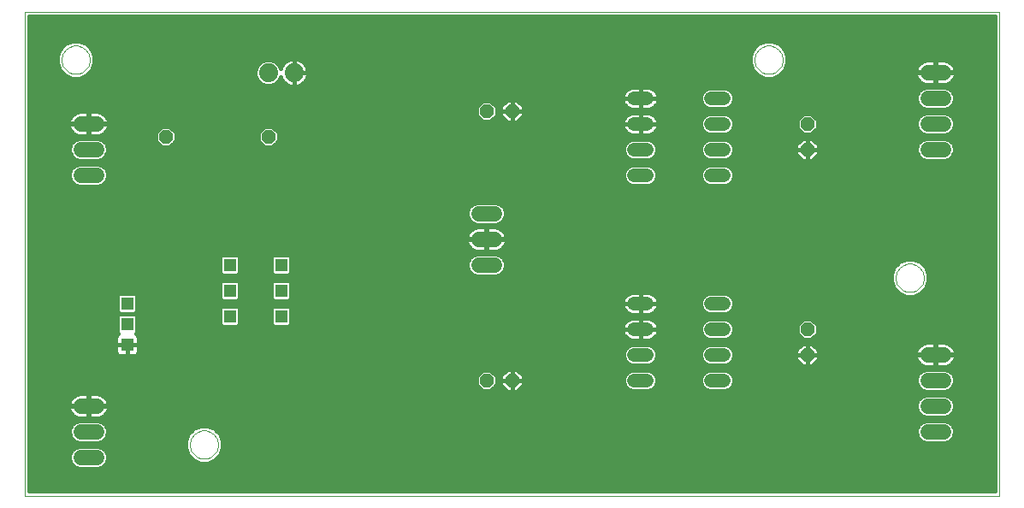
<source format=gbl>
G75*
G70*
%OFA0B0*%
%FSLAX24Y24*%
%IPPOS*%
%LPD*%
%AMOC8*
5,1,8,0,0,1.08239X$1,22.5*
%
%ADD10C,0.0000*%
%ADD11C,0.0520*%
%ADD12C,0.0600*%
%ADD13OC8,0.0520*%
%ADD14R,0.0515X0.0515*%
%ADD15C,0.0740*%
%ADD16C,0.0160*%
D10*
X000180Y000180D02*
X000180Y019050D01*
X038172Y019050D01*
X038172Y000180D01*
X000180Y000180D01*
X006629Y002180D02*
X006631Y002227D01*
X006637Y002273D01*
X006647Y002319D01*
X006660Y002364D01*
X006678Y002407D01*
X006699Y002449D01*
X006723Y002489D01*
X006751Y002526D01*
X006782Y002561D01*
X006816Y002594D01*
X006852Y002623D01*
X006891Y002649D01*
X006932Y002672D01*
X006975Y002691D01*
X007019Y002707D01*
X007064Y002719D01*
X007110Y002727D01*
X007157Y002731D01*
X007203Y002731D01*
X007250Y002727D01*
X007296Y002719D01*
X007341Y002707D01*
X007385Y002691D01*
X007428Y002672D01*
X007469Y002649D01*
X007508Y002623D01*
X007544Y002594D01*
X007578Y002561D01*
X007609Y002526D01*
X007637Y002489D01*
X007661Y002449D01*
X007682Y002407D01*
X007700Y002364D01*
X007713Y002319D01*
X007723Y002273D01*
X007729Y002227D01*
X007731Y002180D01*
X007729Y002133D01*
X007723Y002087D01*
X007713Y002041D01*
X007700Y001996D01*
X007682Y001953D01*
X007661Y001911D01*
X007637Y001871D01*
X007609Y001834D01*
X007578Y001799D01*
X007544Y001766D01*
X007508Y001737D01*
X007469Y001711D01*
X007428Y001688D01*
X007385Y001669D01*
X007341Y001653D01*
X007296Y001641D01*
X007250Y001633D01*
X007203Y001629D01*
X007157Y001629D01*
X007110Y001633D01*
X007064Y001641D01*
X007019Y001653D01*
X006975Y001669D01*
X006932Y001688D01*
X006891Y001711D01*
X006852Y001737D01*
X006816Y001766D01*
X006782Y001799D01*
X006751Y001834D01*
X006723Y001871D01*
X006699Y001911D01*
X006678Y001953D01*
X006660Y001996D01*
X006647Y002041D01*
X006637Y002087D01*
X006631Y002133D01*
X006629Y002180D01*
X034129Y008680D02*
X034131Y008727D01*
X034137Y008773D01*
X034147Y008819D01*
X034160Y008864D01*
X034178Y008907D01*
X034199Y008949D01*
X034223Y008989D01*
X034251Y009026D01*
X034282Y009061D01*
X034316Y009094D01*
X034352Y009123D01*
X034391Y009149D01*
X034432Y009172D01*
X034475Y009191D01*
X034519Y009207D01*
X034564Y009219D01*
X034610Y009227D01*
X034657Y009231D01*
X034703Y009231D01*
X034750Y009227D01*
X034796Y009219D01*
X034841Y009207D01*
X034885Y009191D01*
X034928Y009172D01*
X034969Y009149D01*
X035008Y009123D01*
X035044Y009094D01*
X035078Y009061D01*
X035109Y009026D01*
X035137Y008989D01*
X035161Y008949D01*
X035182Y008907D01*
X035200Y008864D01*
X035213Y008819D01*
X035223Y008773D01*
X035229Y008727D01*
X035231Y008680D01*
X035229Y008633D01*
X035223Y008587D01*
X035213Y008541D01*
X035200Y008496D01*
X035182Y008453D01*
X035161Y008411D01*
X035137Y008371D01*
X035109Y008334D01*
X035078Y008299D01*
X035044Y008266D01*
X035008Y008237D01*
X034969Y008211D01*
X034928Y008188D01*
X034885Y008169D01*
X034841Y008153D01*
X034796Y008141D01*
X034750Y008133D01*
X034703Y008129D01*
X034657Y008129D01*
X034610Y008133D01*
X034564Y008141D01*
X034519Y008153D01*
X034475Y008169D01*
X034432Y008188D01*
X034391Y008211D01*
X034352Y008237D01*
X034316Y008266D01*
X034282Y008299D01*
X034251Y008334D01*
X034223Y008371D01*
X034199Y008411D01*
X034178Y008453D01*
X034160Y008496D01*
X034147Y008541D01*
X034137Y008587D01*
X034131Y008633D01*
X034129Y008680D01*
X028629Y017180D02*
X028631Y017227D01*
X028637Y017273D01*
X028647Y017319D01*
X028660Y017364D01*
X028678Y017407D01*
X028699Y017449D01*
X028723Y017489D01*
X028751Y017526D01*
X028782Y017561D01*
X028816Y017594D01*
X028852Y017623D01*
X028891Y017649D01*
X028932Y017672D01*
X028975Y017691D01*
X029019Y017707D01*
X029064Y017719D01*
X029110Y017727D01*
X029157Y017731D01*
X029203Y017731D01*
X029250Y017727D01*
X029296Y017719D01*
X029341Y017707D01*
X029385Y017691D01*
X029428Y017672D01*
X029469Y017649D01*
X029508Y017623D01*
X029544Y017594D01*
X029578Y017561D01*
X029609Y017526D01*
X029637Y017489D01*
X029661Y017449D01*
X029682Y017407D01*
X029700Y017364D01*
X029713Y017319D01*
X029723Y017273D01*
X029729Y017227D01*
X029731Y017180D01*
X029729Y017133D01*
X029723Y017087D01*
X029713Y017041D01*
X029700Y016996D01*
X029682Y016953D01*
X029661Y016911D01*
X029637Y016871D01*
X029609Y016834D01*
X029578Y016799D01*
X029544Y016766D01*
X029508Y016737D01*
X029469Y016711D01*
X029428Y016688D01*
X029385Y016669D01*
X029341Y016653D01*
X029296Y016641D01*
X029250Y016633D01*
X029203Y016629D01*
X029157Y016629D01*
X029110Y016633D01*
X029064Y016641D01*
X029019Y016653D01*
X028975Y016669D01*
X028932Y016688D01*
X028891Y016711D01*
X028852Y016737D01*
X028816Y016766D01*
X028782Y016799D01*
X028751Y016834D01*
X028723Y016871D01*
X028699Y016911D01*
X028678Y016953D01*
X028660Y016996D01*
X028647Y017041D01*
X028637Y017087D01*
X028631Y017133D01*
X028629Y017180D01*
X001629Y017180D02*
X001631Y017227D01*
X001637Y017273D01*
X001647Y017319D01*
X001660Y017364D01*
X001678Y017407D01*
X001699Y017449D01*
X001723Y017489D01*
X001751Y017526D01*
X001782Y017561D01*
X001816Y017594D01*
X001852Y017623D01*
X001891Y017649D01*
X001932Y017672D01*
X001975Y017691D01*
X002019Y017707D01*
X002064Y017719D01*
X002110Y017727D01*
X002157Y017731D01*
X002203Y017731D01*
X002250Y017727D01*
X002296Y017719D01*
X002341Y017707D01*
X002385Y017691D01*
X002428Y017672D01*
X002469Y017649D01*
X002508Y017623D01*
X002544Y017594D01*
X002578Y017561D01*
X002609Y017526D01*
X002637Y017489D01*
X002661Y017449D01*
X002682Y017407D01*
X002700Y017364D01*
X002713Y017319D01*
X002723Y017273D01*
X002729Y017227D01*
X002731Y017180D01*
X002729Y017133D01*
X002723Y017087D01*
X002713Y017041D01*
X002700Y016996D01*
X002682Y016953D01*
X002661Y016911D01*
X002637Y016871D01*
X002609Y016834D01*
X002578Y016799D01*
X002544Y016766D01*
X002508Y016737D01*
X002469Y016711D01*
X002428Y016688D01*
X002385Y016669D01*
X002341Y016653D01*
X002296Y016641D01*
X002250Y016633D01*
X002203Y016629D01*
X002157Y016629D01*
X002110Y016633D01*
X002064Y016641D01*
X002019Y016653D01*
X001975Y016669D01*
X001932Y016688D01*
X001891Y016711D01*
X001852Y016737D01*
X001816Y016766D01*
X001782Y016799D01*
X001751Y016834D01*
X001723Y016871D01*
X001699Y016911D01*
X001678Y016953D01*
X001660Y016996D01*
X001647Y017041D01*
X001637Y017087D01*
X001631Y017133D01*
X001629Y017180D01*
D11*
X023920Y015680D02*
X024440Y015680D01*
X024440Y014680D02*
X023920Y014680D01*
X023920Y013680D02*
X024440Y013680D01*
X024440Y012680D02*
X023920Y012680D01*
X026920Y012680D02*
X027440Y012680D01*
X027440Y013680D02*
X026920Y013680D01*
X026920Y014680D02*
X027440Y014680D01*
X027440Y015680D02*
X026920Y015680D01*
X026920Y007680D02*
X027440Y007680D01*
X027440Y006680D02*
X026920Y006680D01*
X026920Y005680D02*
X027440Y005680D01*
X027440Y004680D02*
X026920Y004680D01*
X024440Y004680D02*
X023920Y004680D01*
X023920Y005680D02*
X024440Y005680D01*
X024440Y006680D02*
X023920Y006680D01*
X023920Y007680D02*
X024440Y007680D01*
D12*
X018480Y009180D02*
X017880Y009180D01*
X017880Y010180D02*
X018480Y010180D01*
X018480Y011180D02*
X017880Y011180D01*
X002980Y012680D02*
X002380Y012680D01*
X002380Y013680D02*
X002980Y013680D01*
X002980Y014680D02*
X002380Y014680D01*
X002380Y003680D02*
X002980Y003680D01*
X002980Y002680D02*
X002380Y002680D01*
X002380Y001680D02*
X002980Y001680D01*
X035380Y002680D02*
X035980Y002680D01*
X035980Y003680D02*
X035380Y003680D01*
X035380Y004680D02*
X035980Y004680D01*
X035980Y005680D02*
X035380Y005680D01*
X035380Y013680D02*
X035980Y013680D01*
X035980Y014680D02*
X035380Y014680D01*
X035380Y015680D02*
X035980Y015680D01*
X035980Y016680D02*
X035380Y016680D01*
D13*
X030680Y014680D03*
X030680Y013680D03*
X019180Y015180D03*
X018180Y015180D03*
X009680Y014180D03*
X005680Y014180D03*
X018180Y004680D03*
X019180Y004680D03*
X030680Y005680D03*
X030680Y006680D03*
D14*
X010180Y007180D03*
X010180Y008180D03*
X010180Y009180D03*
X008180Y009180D03*
X008180Y008180D03*
X008180Y007180D03*
X004180Y006880D03*
X004180Y006080D03*
X004180Y007680D03*
D15*
X009680Y016680D03*
X010680Y016680D03*
D16*
X011230Y016680D01*
X011230Y016723D01*
X011216Y016809D01*
X011190Y016891D01*
X011150Y016968D01*
X011100Y017038D01*
X011038Y017100D01*
X010968Y017150D01*
X010891Y017190D01*
X010809Y017216D01*
X010723Y017230D01*
X010680Y017230D01*
X010680Y016680D01*
X010680Y016680D01*
X010680Y016680D01*
X011230Y016680D01*
X011230Y016637D01*
X011216Y016551D01*
X011190Y016469D01*
X011150Y016392D01*
X011100Y016322D01*
X011038Y016260D01*
X010968Y016210D01*
X010891Y016170D01*
X010809Y016144D01*
X010723Y016130D01*
X010680Y016130D01*
X010680Y016680D01*
X010680Y016680D01*
X010680Y017230D01*
X010637Y017230D01*
X010551Y017216D01*
X010469Y017190D01*
X010392Y017150D01*
X010322Y017100D01*
X010260Y017038D01*
X010210Y016968D01*
X010170Y016891D01*
X010159Y016856D01*
X010112Y016969D01*
X009969Y017112D01*
X009781Y017190D01*
X009579Y017190D01*
X009391Y017112D01*
X009248Y016969D01*
X009170Y016781D01*
X009170Y016579D01*
X009248Y016391D01*
X009391Y016248D01*
X009579Y016170D01*
X009781Y016170D01*
X009969Y016248D01*
X010112Y016391D01*
X010159Y016504D01*
X010170Y016469D01*
X010210Y016392D01*
X010260Y016322D01*
X010322Y016260D01*
X010392Y016210D01*
X010469Y016170D01*
X010551Y016144D01*
X010637Y016130D01*
X010680Y016130D01*
X010680Y016680D01*
X010680Y016664D02*
X010680Y016664D01*
X010680Y016506D02*
X010680Y016506D01*
X010680Y016347D02*
X010680Y016347D01*
X010680Y016189D02*
X010680Y016189D01*
X010927Y016189D02*
X037992Y016189D01*
X037992Y016347D02*
X036326Y016347D01*
X036346Y016367D02*
X036391Y016428D01*
X036425Y016496D01*
X036448Y016568D01*
X036460Y016642D01*
X036460Y016660D01*
X035700Y016660D01*
X035700Y016700D01*
X035660Y016700D01*
X035660Y017160D01*
X035342Y017160D01*
X035268Y017148D01*
X035196Y017125D01*
X035128Y017091D01*
X035067Y017046D01*
X035014Y016993D01*
X034969Y016932D01*
X034935Y016864D01*
X034912Y016792D01*
X034900Y016718D01*
X034900Y016700D01*
X035660Y016700D01*
X035660Y016660D01*
X035700Y016660D01*
X035700Y016200D01*
X036018Y016200D01*
X036092Y016212D01*
X036164Y016235D01*
X036232Y016269D01*
X036293Y016314D01*
X036346Y016367D01*
X036428Y016506D02*
X037992Y016506D01*
X037992Y016664D02*
X035700Y016664D01*
X035700Y016700D02*
X036460Y016700D01*
X036460Y016718D01*
X036448Y016792D01*
X036425Y016864D01*
X036391Y016932D01*
X036346Y016993D01*
X036293Y017046D01*
X036232Y017091D01*
X036164Y017125D01*
X036092Y017148D01*
X036018Y017160D01*
X035700Y017160D01*
X035700Y016700D01*
X035660Y016664D02*
X029698Y016664D01*
X029800Y016766D02*
X029911Y017035D01*
X029911Y017325D01*
X029800Y017594D01*
X029594Y017800D01*
X029325Y017911D01*
X029035Y017911D01*
X028766Y017800D01*
X028560Y017594D01*
X028449Y017325D01*
X028449Y017035D01*
X028560Y016766D01*
X028766Y016560D01*
X029035Y016449D01*
X029325Y016449D01*
X029594Y016560D01*
X029800Y016766D01*
X029823Y016823D02*
X034922Y016823D01*
X034900Y016660D02*
X034900Y016642D01*
X034912Y016568D01*
X034935Y016496D01*
X034969Y016428D01*
X035014Y016367D01*
X035067Y016314D01*
X035128Y016269D01*
X035196Y016235D01*
X035268Y016212D01*
X035342Y016200D01*
X035660Y016200D01*
X035660Y016660D01*
X034900Y016660D01*
X034932Y016506D02*
X029462Y016506D01*
X028898Y016506D02*
X011202Y016506D01*
X011230Y016664D02*
X028662Y016664D01*
X028537Y016823D02*
X011212Y016823D01*
X011141Y016981D02*
X028471Y016981D01*
X028449Y017140D02*
X010983Y017140D01*
X010680Y017140D02*
X010680Y017140D01*
X010680Y016981D02*
X010680Y016981D01*
X010680Y016823D02*
X010680Y016823D01*
X010219Y016981D02*
X010100Y016981D01*
X009903Y017140D02*
X010377Y017140D01*
X009457Y017140D02*
X002911Y017140D01*
X002911Y017035D02*
X002800Y016766D01*
X002594Y016560D01*
X002325Y016449D01*
X002035Y016449D01*
X001766Y016560D01*
X001560Y016766D01*
X001449Y017035D01*
X001449Y017325D01*
X001560Y017594D01*
X001766Y017800D01*
X002035Y017911D01*
X002325Y017911D01*
X002594Y017800D01*
X002800Y017594D01*
X002911Y017325D01*
X002911Y017035D01*
X002889Y016981D02*
X009260Y016981D01*
X009187Y016823D02*
X002823Y016823D01*
X002698Y016664D02*
X009170Y016664D01*
X009200Y016506D02*
X002462Y016506D01*
X001898Y016506D02*
X000360Y016506D01*
X000360Y016664D02*
X001662Y016664D01*
X001537Y016823D02*
X000360Y016823D01*
X000360Y016981D02*
X001471Y016981D01*
X001449Y017140D02*
X000360Y017140D01*
X000360Y017298D02*
X001449Y017298D01*
X001503Y017457D02*
X000360Y017457D01*
X000360Y017615D02*
X001581Y017615D01*
X001739Y017774D02*
X000360Y017774D01*
X000360Y017932D02*
X037992Y017932D01*
X037992Y017774D02*
X029621Y017774D01*
X029779Y017615D02*
X037992Y017615D01*
X037992Y017457D02*
X029857Y017457D01*
X029911Y017298D02*
X037992Y017298D01*
X037992Y017140D02*
X036119Y017140D01*
X036355Y016981D02*
X037992Y016981D01*
X037992Y016823D02*
X036438Y016823D01*
X035700Y016823D02*
X035660Y016823D01*
X035660Y016981D02*
X035700Y016981D01*
X035700Y017140D02*
X035660Y017140D01*
X035241Y017140D02*
X029911Y017140D01*
X029889Y016981D02*
X035005Y016981D01*
X035660Y016506D02*
X035700Y016506D01*
X035700Y016347D02*
X035660Y016347D01*
X035292Y016120D02*
X035131Y016053D01*
X035007Y015929D01*
X034940Y015768D01*
X034940Y015592D01*
X035007Y015431D01*
X035131Y015307D01*
X035292Y015240D01*
X036068Y015240D01*
X036229Y015307D01*
X036353Y015431D01*
X036420Y015592D01*
X036420Y015768D01*
X036353Y015929D01*
X036229Y016053D01*
X036068Y016120D01*
X035292Y016120D01*
X035108Y016030D02*
X027640Y016030D01*
X027667Y016019D02*
X027520Y016080D01*
X026840Y016080D01*
X026693Y016019D01*
X026581Y015907D01*
X026520Y015760D01*
X026520Y015600D01*
X026581Y015453D01*
X026693Y015341D01*
X026840Y015280D01*
X027520Y015280D01*
X027667Y015341D01*
X027779Y015453D01*
X027840Y015600D01*
X027840Y015760D01*
X027779Y015907D01*
X027667Y016019D01*
X027794Y015872D02*
X034983Y015872D01*
X034940Y015713D02*
X027840Y015713D01*
X027821Y015555D02*
X034956Y015555D01*
X035042Y015396D02*
X027722Y015396D01*
X027522Y015079D02*
X030513Y015079D01*
X030514Y015080D02*
X030280Y014846D01*
X030280Y014514D01*
X030514Y014280D01*
X030846Y014280D01*
X031080Y014514D01*
X031080Y014846D01*
X030846Y015080D01*
X030514Y015080D01*
X030355Y014921D02*
X027765Y014921D01*
X027779Y014907D02*
X027667Y015019D01*
X027520Y015080D01*
X026840Y015080D01*
X026693Y015019D01*
X026581Y014907D01*
X026520Y014760D01*
X026520Y014600D01*
X026581Y014453D01*
X026693Y014341D01*
X026840Y014280D01*
X027520Y014280D01*
X027667Y014341D01*
X027779Y014453D01*
X027840Y014600D01*
X027840Y014760D01*
X027779Y014907D01*
X027839Y014762D02*
X030280Y014762D01*
X030280Y014604D02*
X027840Y014604D01*
X027771Y014445D02*
X030349Y014445D01*
X030508Y014287D02*
X027535Y014287D01*
X027520Y014080D02*
X027667Y014019D01*
X027779Y013907D01*
X027840Y013760D01*
X027840Y013600D01*
X027779Y013453D01*
X027667Y013341D01*
X027520Y013280D01*
X026840Y013280D01*
X026693Y013341D01*
X026581Y013453D01*
X026520Y013600D01*
X026520Y013760D01*
X026581Y013907D01*
X026693Y014019D01*
X026840Y014080D01*
X027520Y014080D01*
X027716Y013970D02*
X030347Y013970D01*
X030240Y013862D02*
X030498Y014120D01*
X030680Y014120D01*
X030680Y013680D01*
X030680Y013680D01*
X031120Y013680D01*
X031120Y013862D01*
X030862Y014120D01*
X030680Y014120D01*
X030680Y013680D01*
X030680Y013680D01*
X030680Y013680D01*
X030240Y013680D01*
X030240Y013862D01*
X030240Y013811D02*
X027819Y013811D01*
X027840Y013653D02*
X030240Y013653D01*
X030240Y013680D02*
X030240Y013498D01*
X030498Y013240D01*
X030680Y013240D01*
X030862Y013240D01*
X031120Y013498D01*
X031120Y013680D01*
X030680Y013680D01*
X030680Y013240D01*
X030680Y013680D01*
X030680Y013680D01*
X030240Y013680D01*
X030244Y013494D02*
X027796Y013494D01*
X027654Y013336D02*
X030402Y013336D01*
X030680Y013336D02*
X030680Y013336D01*
X030680Y013494D02*
X030680Y013494D01*
X030680Y013653D02*
X030680Y013653D01*
X030680Y013811D02*
X030680Y013811D01*
X030680Y013970D02*
X030680Y013970D01*
X031013Y013970D02*
X035047Y013970D01*
X035007Y013929D02*
X035131Y014053D01*
X035292Y014120D01*
X036068Y014120D01*
X036229Y014053D01*
X036353Y013929D01*
X036420Y013768D01*
X036420Y013592D01*
X036353Y013431D01*
X036229Y013307D01*
X036068Y013240D01*
X035292Y013240D01*
X035131Y013307D01*
X035007Y013431D01*
X034940Y013592D01*
X034940Y013768D01*
X035007Y013929D01*
X034958Y013811D02*
X031120Y013811D01*
X031120Y013653D02*
X034940Y013653D01*
X034981Y013494D02*
X031116Y013494D01*
X030958Y013336D02*
X035102Y013336D01*
X036258Y013336D02*
X037992Y013336D01*
X037992Y013494D02*
X036379Y013494D01*
X036420Y013653D02*
X037992Y013653D01*
X037992Y013811D02*
X036402Y013811D01*
X036313Y013970D02*
X037992Y013970D01*
X037992Y014128D02*
X010080Y014128D01*
X010080Y014014D02*
X009846Y013780D01*
X009514Y013780D01*
X009280Y014014D01*
X009280Y014346D01*
X009514Y014580D01*
X009846Y014580D01*
X010080Y014346D01*
X010080Y014014D01*
X010035Y013970D02*
X023644Y013970D01*
X023693Y014019D02*
X023581Y013907D01*
X023520Y013760D01*
X023520Y013600D01*
X023581Y013453D01*
X023693Y013341D01*
X023840Y013280D01*
X024520Y013280D01*
X024667Y013341D01*
X024779Y013453D01*
X024840Y013600D01*
X024840Y013760D01*
X024779Y013907D01*
X024667Y014019D01*
X024520Y014080D01*
X023840Y014080D01*
X023693Y014019D01*
X023541Y013811D02*
X009877Y013811D01*
X009483Y013811D02*
X005877Y013811D01*
X005846Y013780D02*
X006080Y014014D01*
X006080Y014346D01*
X005846Y014580D01*
X005514Y014580D01*
X005280Y014346D01*
X005280Y014014D01*
X005514Y013780D01*
X005846Y013780D01*
X006035Y013970D02*
X009325Y013970D01*
X009280Y014128D02*
X006080Y014128D01*
X006080Y014287D02*
X009280Y014287D01*
X009379Y014445D02*
X005981Y014445D01*
X005379Y014445D02*
X003399Y014445D01*
X003391Y014428D02*
X003425Y014496D01*
X003448Y014568D01*
X003460Y014642D01*
X003460Y014660D01*
X002700Y014660D01*
X002700Y014700D01*
X002660Y014700D01*
X002660Y015160D01*
X002342Y015160D01*
X002268Y015148D01*
X002196Y015125D01*
X002128Y015091D01*
X002067Y015046D01*
X002014Y014993D01*
X001969Y014932D01*
X001935Y014864D01*
X001912Y014792D01*
X001900Y014718D01*
X001900Y014700D01*
X002660Y014700D01*
X002660Y014660D01*
X002700Y014660D01*
X002700Y014200D01*
X003018Y014200D01*
X003092Y014212D01*
X003164Y014235D01*
X003232Y014269D01*
X003293Y014314D01*
X003346Y014367D01*
X003391Y014428D01*
X003454Y014604D02*
X023487Y014604D01*
X023491Y014577D02*
X023512Y014511D01*
X023544Y014449D01*
X023584Y014393D01*
X023633Y014344D01*
X023689Y014304D01*
X023751Y014272D01*
X023817Y014251D01*
X023885Y014240D01*
X024180Y014240D01*
X024475Y014240D01*
X024543Y014251D01*
X024609Y014272D01*
X024671Y014304D01*
X024727Y014344D01*
X024776Y014393D01*
X024816Y014449D01*
X024848Y014511D01*
X024869Y014577D01*
X024880Y014645D01*
X024880Y014680D01*
X024880Y014715D01*
X024869Y014783D01*
X024848Y014849D01*
X024816Y014911D01*
X024776Y014967D01*
X024727Y015016D01*
X024671Y015056D01*
X024609Y015088D01*
X024543Y015109D01*
X024475Y015120D01*
X024180Y015120D01*
X024180Y014680D01*
X024180Y014680D01*
X024880Y014680D01*
X024180Y014680D01*
X024180Y014680D01*
X024180Y014240D01*
X024180Y014680D01*
X024180Y014680D01*
X024180Y014680D01*
X023480Y014680D01*
X023480Y014715D01*
X023491Y014783D01*
X023512Y014849D01*
X023544Y014911D01*
X023584Y014967D01*
X023633Y015016D01*
X023689Y015056D01*
X023751Y015088D01*
X023817Y015109D01*
X023885Y015120D01*
X024180Y015120D01*
X024180Y014680D01*
X023480Y014680D01*
X023480Y014645D01*
X023491Y014577D01*
X023547Y014445D02*
X009981Y014445D01*
X010080Y014287D02*
X023723Y014287D01*
X024180Y014287D02*
X024180Y014287D01*
X024180Y014445D02*
X024180Y014445D01*
X024180Y014604D02*
X024180Y014604D01*
X024180Y014762D02*
X024180Y014762D01*
X024180Y014921D02*
X024180Y014921D01*
X024180Y015079D02*
X024180Y015079D01*
X024180Y015240D02*
X023885Y015240D01*
X023817Y015251D01*
X023751Y015272D01*
X023689Y015304D01*
X023633Y015344D01*
X023584Y015393D01*
X023544Y015449D01*
X023512Y015511D01*
X023491Y015577D01*
X023480Y015645D01*
X023480Y015680D01*
X024180Y015680D01*
X024180Y015680D01*
X024180Y016120D01*
X024475Y016120D01*
X024543Y016109D01*
X024609Y016088D01*
X024671Y016056D01*
X024727Y016016D01*
X024776Y015967D01*
X024816Y015911D01*
X024848Y015849D01*
X024869Y015783D01*
X024880Y015715D01*
X024880Y015680D01*
X024180Y015680D01*
X024180Y015680D01*
X024180Y015240D01*
X024475Y015240D01*
X024543Y015251D01*
X024609Y015272D01*
X024671Y015304D01*
X024727Y015344D01*
X024776Y015393D01*
X024816Y015449D01*
X024848Y015511D01*
X024869Y015577D01*
X024880Y015645D01*
X024880Y015680D01*
X024180Y015680D01*
X024180Y015680D01*
X024180Y015680D01*
X024180Y016120D01*
X023885Y016120D01*
X023817Y016109D01*
X023751Y016088D01*
X023689Y016056D01*
X023633Y016016D01*
X023584Y015967D01*
X023544Y015911D01*
X023512Y015849D01*
X023491Y015783D01*
X023480Y015715D01*
X023480Y015680D01*
X024180Y015680D01*
X024180Y015240D01*
X024180Y015396D02*
X024180Y015396D01*
X024180Y015555D02*
X024180Y015555D01*
X024180Y015713D02*
X024180Y015713D01*
X024180Y015872D02*
X024180Y015872D01*
X024180Y016030D02*
X024180Y016030D01*
X024707Y016030D02*
X026720Y016030D01*
X026566Y015872D02*
X024836Y015872D01*
X024880Y015713D02*
X026520Y015713D01*
X026539Y015555D02*
X024862Y015555D01*
X024778Y015396D02*
X026638Y015396D01*
X026838Y015079D02*
X024626Y015079D01*
X024809Y014921D02*
X026595Y014921D01*
X026521Y014762D02*
X024872Y014762D01*
X024873Y014604D02*
X026520Y014604D01*
X026589Y014445D02*
X024813Y014445D01*
X024637Y014287D02*
X026825Y014287D01*
X026644Y013970D02*
X024716Y013970D01*
X024819Y013811D02*
X026541Y013811D01*
X026520Y013653D02*
X024840Y013653D01*
X024796Y013494D02*
X026564Y013494D01*
X026706Y013336D02*
X024654Y013336D01*
X024520Y013080D02*
X024667Y013019D01*
X024779Y012907D01*
X024840Y012760D01*
X024840Y012600D01*
X024779Y012453D01*
X024667Y012341D01*
X024520Y012280D01*
X023840Y012280D01*
X023693Y012341D01*
X023581Y012453D01*
X023520Y012600D01*
X023520Y012760D01*
X023581Y012907D01*
X023693Y013019D01*
X023840Y013080D01*
X024520Y013080D01*
X024667Y013019D02*
X026693Y013019D01*
X026581Y012907D01*
X026520Y012760D01*
X026520Y012600D01*
X026581Y012453D01*
X026693Y012341D01*
X026840Y012280D01*
X027520Y012280D01*
X027667Y012341D01*
X027779Y012453D01*
X027840Y012600D01*
X027840Y012760D01*
X027779Y012907D01*
X027667Y013019D01*
X027520Y013080D01*
X026840Y013080D01*
X026693Y013019D01*
X026562Y012860D02*
X024798Y012860D01*
X024840Y012702D02*
X026520Y012702D01*
X026544Y012543D02*
X024816Y012543D01*
X024710Y012385D02*
X026650Y012385D01*
X027710Y012385D02*
X037992Y012385D01*
X037992Y012543D02*
X027816Y012543D01*
X027840Y012702D02*
X037992Y012702D01*
X037992Y012860D02*
X027798Y012860D01*
X027667Y013019D02*
X037992Y013019D01*
X037992Y013177D02*
X000360Y013177D01*
X000360Y013019D02*
X002096Y013019D01*
X002131Y013053D02*
X002007Y012929D01*
X001940Y012768D01*
X001940Y012592D01*
X002007Y012431D01*
X002131Y012307D01*
X002292Y012240D01*
X003068Y012240D01*
X003229Y012307D01*
X003353Y012431D01*
X003420Y012592D01*
X003420Y012768D01*
X003353Y012929D01*
X003229Y013053D01*
X003068Y013120D01*
X002292Y013120D01*
X002131Y013053D01*
X001978Y012860D02*
X000360Y012860D01*
X000360Y012702D02*
X001940Y012702D01*
X001960Y012543D02*
X000360Y012543D01*
X000360Y012385D02*
X002053Y012385D01*
X003307Y012385D02*
X023650Y012385D01*
X023544Y012543D02*
X003400Y012543D01*
X003420Y012702D02*
X023520Y012702D01*
X023562Y012860D02*
X003382Y012860D01*
X003264Y013019D02*
X023693Y013019D01*
X023706Y013336D02*
X003258Y013336D01*
X003229Y013307D02*
X003353Y013431D01*
X003420Y013592D01*
X003420Y013768D01*
X003353Y013929D01*
X003229Y014053D01*
X003068Y014120D01*
X002292Y014120D01*
X002131Y014053D01*
X002007Y013929D01*
X001940Y013768D01*
X001940Y013592D01*
X002007Y013431D01*
X002131Y013307D01*
X002292Y013240D01*
X003068Y013240D01*
X003229Y013307D01*
X003379Y013494D02*
X023564Y013494D01*
X023520Y013653D02*
X003420Y013653D01*
X003402Y013811D02*
X005483Y013811D01*
X005325Y013970D02*
X003313Y013970D01*
X003255Y014287D02*
X005280Y014287D01*
X005280Y014128D02*
X000360Y014128D01*
X000360Y013970D02*
X002047Y013970D01*
X001958Y013811D02*
X000360Y013811D01*
X000360Y013653D02*
X001940Y013653D01*
X001981Y013494D02*
X000360Y013494D01*
X000360Y013336D02*
X002102Y013336D01*
X002268Y014212D02*
X002342Y014200D01*
X002660Y014200D01*
X002660Y014660D01*
X001900Y014660D01*
X001900Y014642D01*
X001912Y014568D01*
X001935Y014496D01*
X001969Y014428D01*
X002014Y014367D01*
X002067Y014314D01*
X002128Y014269D01*
X002196Y014235D01*
X002268Y014212D01*
X002105Y014287D02*
X000360Y014287D01*
X000360Y014445D02*
X001961Y014445D01*
X001906Y014604D02*
X000360Y014604D01*
X000360Y014762D02*
X001907Y014762D01*
X001964Y014921D02*
X000360Y014921D01*
X000360Y015079D02*
X002113Y015079D01*
X002660Y015079D02*
X002700Y015079D01*
X002700Y015160D02*
X002700Y014700D01*
X003460Y014700D01*
X003460Y014718D01*
X003448Y014792D01*
X003425Y014864D01*
X003391Y014932D01*
X003346Y014993D01*
X003293Y015046D01*
X003232Y015091D01*
X003164Y015125D01*
X003092Y015148D01*
X003018Y015160D01*
X002700Y015160D01*
X002700Y014921D02*
X002660Y014921D01*
X002660Y014762D02*
X002700Y014762D01*
X002700Y014604D02*
X002660Y014604D01*
X002660Y014445D02*
X002700Y014445D01*
X002700Y014287D02*
X002660Y014287D01*
X003453Y014762D02*
X018976Y014762D01*
X018998Y014740D02*
X019180Y014740D01*
X019362Y014740D01*
X019620Y014998D01*
X019620Y015180D01*
X019620Y015362D01*
X019362Y015620D01*
X019180Y015620D01*
X019180Y015180D01*
X019620Y015180D01*
X019180Y015180D01*
X019180Y015180D01*
X019180Y015180D01*
X019180Y014740D01*
X019180Y015180D01*
X019180Y015180D01*
X019180Y015180D01*
X018740Y015180D01*
X018740Y015362D01*
X018998Y015620D01*
X019180Y015620D01*
X019180Y015180D01*
X018740Y015180D01*
X018740Y014998D01*
X018998Y014740D01*
X019180Y014762D02*
X019180Y014762D01*
X019180Y014921D02*
X019180Y014921D01*
X019180Y015079D02*
X019180Y015079D01*
X019180Y015238D02*
X019180Y015238D01*
X019180Y015396D02*
X019180Y015396D01*
X019180Y015555D02*
X019180Y015555D01*
X019428Y015555D02*
X023498Y015555D01*
X023480Y015713D02*
X000360Y015713D01*
X000360Y015555D02*
X017989Y015555D01*
X018014Y015580D02*
X017780Y015346D01*
X017780Y015014D01*
X018014Y014780D01*
X018346Y014780D01*
X018580Y015014D01*
X018580Y015346D01*
X018346Y015580D01*
X018014Y015580D01*
X017830Y015396D02*
X000360Y015396D01*
X000360Y015238D02*
X017780Y015238D01*
X017780Y015079D02*
X003247Y015079D01*
X003396Y014921D02*
X017874Y014921D01*
X018486Y014921D02*
X018817Y014921D01*
X018740Y015079D02*
X018580Y015079D01*
X018580Y015238D02*
X018740Y015238D01*
X018774Y015396D02*
X018530Y015396D01*
X018371Y015555D02*
X018932Y015555D01*
X019586Y015396D02*
X023582Y015396D01*
X023734Y015079D02*
X019620Y015079D01*
X019620Y015238D02*
X037992Y015238D01*
X037992Y015396D02*
X036318Y015396D01*
X036404Y015555D02*
X037992Y015555D01*
X037992Y015713D02*
X036420Y015713D01*
X036377Y015872D02*
X037992Y015872D01*
X037992Y016030D02*
X036252Y016030D01*
X035034Y016347D02*
X011118Y016347D01*
X010433Y016189D02*
X009826Y016189D01*
X010068Y016347D02*
X010242Y016347D01*
X009534Y016189D02*
X000360Y016189D01*
X000360Y016347D02*
X009292Y016347D01*
X002911Y017298D02*
X028449Y017298D01*
X028503Y017457D02*
X002857Y017457D01*
X002779Y017615D02*
X028581Y017615D01*
X028739Y017774D02*
X002621Y017774D01*
X000360Y018091D02*
X037992Y018091D01*
X037992Y018249D02*
X000360Y018249D01*
X000360Y018408D02*
X037992Y018408D01*
X037992Y018566D02*
X000360Y018566D01*
X000360Y018725D02*
X037992Y018725D01*
X037992Y018870D02*
X037992Y000360D01*
X000360Y000360D01*
X000360Y018870D01*
X037992Y018870D01*
X036229Y015053D02*
X036068Y015120D01*
X035292Y015120D01*
X035131Y015053D01*
X035007Y014929D01*
X034940Y014768D01*
X034940Y014592D01*
X035007Y014431D01*
X035131Y014307D01*
X035292Y014240D01*
X036068Y014240D01*
X036229Y014307D01*
X036353Y014431D01*
X036420Y014592D01*
X036420Y014768D01*
X036353Y014929D01*
X036229Y015053D01*
X036166Y015079D02*
X037992Y015079D01*
X037992Y014921D02*
X036357Y014921D01*
X036420Y014762D02*
X037992Y014762D01*
X037992Y014604D02*
X036420Y014604D01*
X036359Y014445D02*
X037992Y014445D01*
X037992Y014287D02*
X036180Y014287D01*
X035180Y014287D02*
X030852Y014287D01*
X031011Y014445D02*
X035001Y014445D01*
X034940Y014604D02*
X031080Y014604D01*
X031080Y014762D02*
X034940Y014762D01*
X035003Y014921D02*
X031005Y014921D01*
X030847Y015079D02*
X035194Y015079D01*
X037992Y012226D02*
X000360Y012226D01*
X000360Y012068D02*
X037992Y012068D01*
X037992Y011909D02*
X000360Y011909D01*
X000360Y011751D02*
X037992Y011751D01*
X037992Y011592D02*
X018635Y011592D01*
X018568Y011620D02*
X018729Y011553D01*
X018853Y011429D01*
X018920Y011268D01*
X018920Y011092D01*
X018853Y010931D01*
X018729Y010807D01*
X018568Y010740D01*
X017792Y010740D01*
X017631Y010807D01*
X017507Y010931D01*
X017440Y011092D01*
X017440Y011268D01*
X017507Y011429D01*
X017631Y011553D01*
X017792Y011620D01*
X018568Y011620D01*
X018849Y011434D02*
X037992Y011434D01*
X037992Y011275D02*
X018917Y011275D01*
X018920Y011117D02*
X037992Y011117D01*
X037992Y010958D02*
X018864Y010958D01*
X018711Y010800D02*
X037992Y010800D01*
X037992Y010641D02*
X018614Y010641D01*
X018592Y010648D02*
X018664Y010625D01*
X018732Y010591D01*
X018793Y010546D01*
X018846Y010493D01*
X018891Y010432D01*
X018925Y010364D01*
X018948Y010292D01*
X018960Y010218D01*
X018960Y010200D01*
X018200Y010200D01*
X018160Y010200D01*
X018160Y010660D01*
X017842Y010660D01*
X017768Y010648D01*
X017696Y010625D01*
X017628Y010591D01*
X017567Y010546D01*
X017514Y010493D01*
X017469Y010432D01*
X017435Y010364D01*
X017412Y010292D01*
X017400Y010218D01*
X017400Y010200D01*
X018160Y010200D01*
X018160Y010160D01*
X018200Y010160D01*
X018200Y010200D01*
X018200Y010660D01*
X018518Y010660D01*
X018592Y010648D01*
X018854Y010483D02*
X037992Y010483D01*
X037992Y010324D02*
X018938Y010324D01*
X018960Y010160D02*
X018200Y010160D01*
X018200Y009700D01*
X018518Y009700D01*
X018592Y009712D01*
X018664Y009735D01*
X018732Y009769D01*
X018793Y009814D01*
X018846Y009867D01*
X018891Y009928D01*
X018925Y009996D01*
X018948Y010068D01*
X018960Y010142D01*
X018960Y010160D01*
X018928Y010007D02*
X037992Y010007D01*
X037992Y009849D02*
X018827Y009849D01*
X018729Y009553D02*
X018568Y009620D01*
X017792Y009620D01*
X017631Y009553D01*
X017507Y009429D01*
X017440Y009268D01*
X017440Y009092D01*
X017507Y008931D01*
X017631Y008807D01*
X017792Y008740D01*
X018568Y008740D01*
X018729Y008807D01*
X018853Y008931D01*
X018920Y009092D01*
X018920Y009268D01*
X018853Y009429D01*
X018729Y009553D01*
X018751Y009532D02*
X037992Y009532D01*
X037992Y009690D02*
X000360Y009690D01*
X000360Y009532D02*
X007819Y009532D01*
X007783Y009495D02*
X007783Y008865D01*
X007865Y008783D01*
X008495Y008783D01*
X008577Y008865D01*
X008577Y009495D01*
X008495Y009577D01*
X007865Y009577D01*
X007783Y009495D01*
X007783Y009373D02*
X000360Y009373D01*
X000360Y009215D02*
X007783Y009215D01*
X007783Y009056D02*
X000360Y009056D01*
X000360Y008898D02*
X007783Y008898D01*
X007865Y008577D02*
X007783Y008495D01*
X007783Y007865D01*
X007865Y007783D01*
X008495Y007783D01*
X008577Y007865D01*
X008577Y008495D01*
X008495Y008577D01*
X007865Y008577D01*
X007783Y008422D02*
X000360Y008422D01*
X000360Y008264D02*
X007783Y008264D01*
X007783Y008105D02*
X000360Y008105D01*
X000360Y007947D02*
X003783Y007947D01*
X003783Y007995D02*
X003865Y008077D01*
X004495Y008077D01*
X004577Y007995D01*
X004577Y007365D01*
X004495Y007283D01*
X003865Y007283D01*
X003783Y007365D01*
X003783Y007995D01*
X003783Y007788D02*
X000360Y007788D01*
X000360Y007630D02*
X003783Y007630D01*
X003783Y007471D02*
X000360Y007471D01*
X000360Y007313D02*
X003835Y007313D01*
X003865Y007277D02*
X003783Y007195D01*
X003783Y006565D01*
X003846Y006501D01*
X003812Y006482D01*
X003778Y006448D01*
X003755Y006407D01*
X003743Y006361D01*
X003743Y006080D01*
X003743Y005799D01*
X003755Y005753D01*
X003778Y005712D01*
X003812Y005678D01*
X003853Y005655D01*
X003899Y005643D01*
X004180Y005643D01*
X004461Y005643D01*
X004507Y005655D01*
X004548Y005678D01*
X004582Y005712D01*
X004605Y005753D01*
X004617Y005799D01*
X004617Y006080D01*
X004180Y006080D01*
X004617Y006080D01*
X004617Y006361D01*
X004605Y006407D01*
X004582Y006448D01*
X004548Y006482D01*
X004514Y006501D01*
X004577Y006565D01*
X004577Y007195D01*
X004495Y007277D01*
X003865Y007277D01*
X003783Y007154D02*
X000360Y007154D01*
X000360Y006996D02*
X003783Y006996D01*
X003783Y006837D02*
X000360Y006837D01*
X000360Y006679D02*
X003783Y006679D01*
X003827Y006520D02*
X000360Y006520D01*
X000360Y006362D02*
X003743Y006362D01*
X003743Y006203D02*
X000360Y006203D01*
X000360Y006045D02*
X003743Y006045D01*
X003743Y006080D02*
X004180Y006080D01*
X004180Y006080D01*
X004180Y006080D01*
X003743Y006080D01*
X003743Y005886D02*
X000360Y005886D01*
X000360Y005728D02*
X003770Y005728D01*
X004180Y005728D02*
X004180Y005728D01*
X004180Y005643D02*
X004180Y006080D01*
X004180Y006080D01*
X004180Y005643D01*
X004180Y005886D02*
X004180Y005886D01*
X004180Y006045D02*
X004180Y006045D01*
X004617Y006045D02*
X023755Y006045D01*
X023693Y006019D02*
X023581Y005907D01*
X023520Y005760D01*
X023520Y005600D01*
X023581Y005453D01*
X023693Y005341D01*
X023840Y005280D01*
X024520Y005280D01*
X024667Y005341D01*
X024779Y005453D01*
X024840Y005600D01*
X024840Y005760D01*
X024779Y005907D01*
X024667Y006019D01*
X024520Y006080D01*
X023840Y006080D01*
X023693Y006019D01*
X023572Y005886D02*
X004617Y005886D01*
X004590Y005728D02*
X023520Y005728D01*
X023533Y005569D02*
X000360Y005569D01*
X000360Y005411D02*
X023624Y005411D01*
X023840Y005080D02*
X023693Y005019D01*
X023581Y004907D01*
X023520Y004760D01*
X023520Y004600D01*
X023581Y004453D01*
X023693Y004341D01*
X023840Y004280D01*
X024520Y004280D01*
X024667Y004341D01*
X024779Y004453D01*
X024840Y004600D01*
X024840Y004760D01*
X024779Y004907D01*
X024667Y005019D01*
X024520Y005080D01*
X023840Y005080D01*
X023609Y004935D02*
X019547Y004935D01*
X019620Y004862D02*
X019362Y005120D01*
X019180Y005120D01*
X019180Y004680D01*
X019620Y004680D01*
X019620Y004862D01*
X019620Y004777D02*
X023527Y004777D01*
X023520Y004618D02*
X019620Y004618D01*
X019620Y004680D02*
X019620Y004498D01*
X019362Y004240D01*
X019180Y004240D01*
X019180Y004680D01*
X019180Y004680D01*
X019180Y004680D01*
X019620Y004680D01*
X019582Y004460D02*
X023578Y004460D01*
X023790Y004301D02*
X019423Y004301D01*
X019180Y004301D02*
X019180Y004301D01*
X019180Y004240D02*
X019180Y004680D01*
X019180Y004680D01*
X019180Y004680D01*
X018740Y004680D01*
X018740Y004862D01*
X018998Y005120D01*
X019180Y005120D01*
X019180Y004680D01*
X018740Y004680D01*
X018740Y004498D01*
X018998Y004240D01*
X019180Y004240D01*
X018937Y004301D02*
X018367Y004301D01*
X018346Y004280D02*
X018580Y004514D01*
X018580Y004846D01*
X018346Y005080D01*
X018014Y005080D01*
X017780Y004846D01*
X017780Y004514D01*
X018014Y004280D01*
X018346Y004280D01*
X018525Y004460D02*
X018778Y004460D01*
X018740Y004618D02*
X018580Y004618D01*
X018580Y004777D02*
X018740Y004777D01*
X018813Y004935D02*
X018491Y004935D01*
X018971Y005094D02*
X000360Y005094D01*
X000360Y005252D02*
X030486Y005252D01*
X030498Y005240D02*
X030240Y005498D01*
X030240Y005680D01*
X030680Y005680D01*
X030680Y005680D01*
X030680Y006120D01*
X030862Y006120D01*
X031120Y005862D01*
X031120Y005680D01*
X030680Y005680D01*
X030680Y005680D01*
X030680Y005680D01*
X030680Y006120D01*
X030498Y006120D01*
X030240Y005862D01*
X030240Y005680D01*
X030680Y005680D01*
X031120Y005680D01*
X031120Y005498D01*
X030862Y005240D01*
X030680Y005240D01*
X030680Y005680D01*
X030680Y005680D01*
X030680Y005240D01*
X030498Y005240D01*
X030680Y005252D02*
X030680Y005252D01*
X030680Y005411D02*
X030680Y005411D01*
X030680Y005569D02*
X030680Y005569D01*
X030680Y005728D02*
X030680Y005728D01*
X030680Y005886D02*
X030680Y005886D01*
X030680Y006045D02*
X030680Y006045D01*
X030938Y006045D02*
X035066Y006045D01*
X035067Y006046D02*
X035014Y005993D01*
X034969Y005932D01*
X034935Y005864D01*
X034912Y005792D01*
X034900Y005718D01*
X034900Y005700D01*
X035660Y005700D01*
X035660Y006160D01*
X035342Y006160D01*
X035268Y006148D01*
X035196Y006125D01*
X035128Y006091D01*
X035067Y006046D01*
X034946Y005886D02*
X031096Y005886D01*
X031120Y005728D02*
X034902Y005728D01*
X034900Y005660D02*
X034900Y005642D01*
X034912Y005568D01*
X034935Y005496D01*
X034969Y005428D01*
X035014Y005367D01*
X035067Y005314D01*
X035128Y005269D01*
X035196Y005235D01*
X035268Y005212D01*
X035342Y005200D01*
X035660Y005200D01*
X035660Y005660D01*
X035700Y005660D01*
X035700Y005700D01*
X035660Y005700D01*
X035660Y005660D01*
X034900Y005660D01*
X034912Y005569D02*
X031120Y005569D01*
X031033Y005411D02*
X034982Y005411D01*
X035163Y005252D02*
X030874Y005252D01*
X030327Y005411D02*
X027736Y005411D01*
X027779Y005453D02*
X027667Y005341D01*
X027520Y005280D01*
X026840Y005280D01*
X026693Y005341D01*
X026581Y005453D01*
X026520Y005600D01*
X026520Y005760D01*
X026581Y005907D01*
X026693Y006019D01*
X026840Y006080D01*
X027520Y006080D01*
X027667Y006019D01*
X027779Y005907D01*
X027840Y005760D01*
X027840Y005600D01*
X027779Y005453D01*
X027827Y005569D02*
X030240Y005569D01*
X030240Y005728D02*
X027840Y005728D01*
X027788Y005886D02*
X030264Y005886D01*
X030422Y006045D02*
X027605Y006045D01*
X027520Y006280D02*
X027667Y006341D01*
X027779Y006453D01*
X027840Y006600D01*
X027840Y006760D01*
X027779Y006907D01*
X027667Y007019D01*
X027520Y007080D01*
X026840Y007080D01*
X026693Y007019D01*
X026581Y006907D01*
X026520Y006760D01*
X026520Y006600D01*
X026581Y006453D01*
X026693Y006341D01*
X026840Y006280D01*
X027520Y006280D01*
X027687Y006362D02*
X030433Y006362D01*
X030514Y006280D02*
X030846Y006280D01*
X031080Y006514D01*
X031080Y006846D01*
X030846Y007080D01*
X030514Y007080D01*
X030280Y006846D01*
X030280Y006514D01*
X030514Y006280D01*
X030280Y006520D02*
X027807Y006520D01*
X027840Y006679D02*
X030280Y006679D01*
X030280Y006837D02*
X027808Y006837D01*
X027690Y006996D02*
X030430Y006996D01*
X030930Y006996D02*
X037992Y006996D01*
X037992Y007154D02*
X010577Y007154D01*
X010577Y006996D02*
X023613Y006996D01*
X023633Y007016D02*
X023584Y006967D01*
X023544Y006911D01*
X023512Y006849D01*
X023491Y006783D01*
X023480Y006715D01*
X023480Y006680D01*
X024180Y006680D01*
X024180Y006680D01*
X024180Y007120D01*
X024475Y007120D01*
X024543Y007109D01*
X024609Y007088D01*
X024671Y007056D01*
X024727Y007016D01*
X024776Y006967D01*
X024816Y006911D01*
X024848Y006849D01*
X024869Y006783D01*
X024880Y006715D01*
X024880Y006680D01*
X024180Y006680D01*
X024180Y006680D01*
X024180Y006240D01*
X024475Y006240D01*
X024543Y006251D01*
X024609Y006272D01*
X024671Y006304D01*
X024727Y006344D01*
X024776Y006393D01*
X024816Y006449D01*
X024848Y006511D01*
X024869Y006577D01*
X024880Y006645D01*
X024880Y006680D01*
X024180Y006680D01*
X024180Y006680D01*
X024180Y006680D01*
X024180Y007120D01*
X023885Y007120D01*
X023817Y007109D01*
X023751Y007088D01*
X023689Y007056D01*
X023633Y007016D01*
X023508Y006837D02*
X010550Y006837D01*
X010577Y006865D02*
X010577Y007495D01*
X010495Y007577D01*
X009865Y007577D01*
X009783Y007495D01*
X009783Y006865D01*
X009865Y006783D01*
X010495Y006783D01*
X010577Y006865D01*
X010577Y007313D02*
X023677Y007313D01*
X023689Y007304D02*
X023751Y007272D01*
X023817Y007251D01*
X023885Y007240D01*
X024180Y007240D01*
X024475Y007240D01*
X024543Y007251D01*
X024609Y007272D01*
X024671Y007304D01*
X024727Y007344D01*
X024776Y007393D01*
X024816Y007449D01*
X024848Y007511D01*
X024869Y007577D01*
X024880Y007645D01*
X024880Y007680D01*
X024880Y007715D01*
X024869Y007783D01*
X024848Y007849D01*
X024816Y007911D01*
X024776Y007967D01*
X024727Y008016D01*
X024671Y008056D01*
X024609Y008088D01*
X024543Y008109D01*
X024475Y008120D01*
X024180Y008120D01*
X024180Y007680D01*
X024180Y007680D01*
X024880Y007680D01*
X024180Y007680D01*
X024180Y007680D01*
X024180Y007240D01*
X024180Y007680D01*
X024180Y007680D01*
X024180Y007680D01*
X023480Y007680D01*
X023480Y007715D01*
X023491Y007783D01*
X023512Y007849D01*
X023544Y007911D01*
X023584Y007967D01*
X023633Y008016D01*
X023689Y008056D01*
X023751Y008088D01*
X023817Y008109D01*
X023885Y008120D01*
X024180Y008120D01*
X024180Y007680D01*
X023480Y007680D01*
X023480Y007645D01*
X023491Y007577D01*
X023512Y007511D01*
X023544Y007449D01*
X023584Y007393D01*
X023633Y007344D01*
X023689Y007304D01*
X023533Y007471D02*
X010577Y007471D01*
X010495Y007783D02*
X009865Y007783D01*
X009783Y007865D01*
X009783Y008495D01*
X009865Y008577D01*
X010495Y008577D01*
X010577Y008495D01*
X010577Y007865D01*
X010495Y007783D01*
X010501Y007788D02*
X023492Y007788D01*
X023483Y007630D02*
X004577Y007630D01*
X004577Y007788D02*
X007859Y007788D01*
X007783Y007947D02*
X004577Y007947D01*
X004577Y007471D02*
X007783Y007471D01*
X007783Y007495D02*
X007783Y006865D01*
X007865Y006783D01*
X008495Y006783D01*
X008577Y006865D01*
X008577Y007495D01*
X008495Y007577D01*
X007865Y007577D01*
X007783Y007495D01*
X007783Y007313D02*
X004525Y007313D01*
X004577Y007154D02*
X007783Y007154D01*
X007783Y006996D02*
X004577Y006996D01*
X004577Y006837D02*
X007810Y006837D01*
X008550Y006837D02*
X009810Y006837D01*
X009783Y006996D02*
X008577Y006996D01*
X008577Y007154D02*
X009783Y007154D01*
X009783Y007313D02*
X008577Y007313D01*
X008577Y007471D02*
X009783Y007471D01*
X009859Y007788D02*
X008501Y007788D01*
X008577Y007947D02*
X009783Y007947D01*
X009783Y008105D02*
X008577Y008105D01*
X008577Y008264D02*
X009783Y008264D01*
X009783Y008422D02*
X008577Y008422D01*
X008577Y008898D02*
X009783Y008898D01*
X009783Y008865D02*
X009865Y008783D01*
X010495Y008783D01*
X010577Y008865D01*
X010577Y009495D01*
X010495Y009577D01*
X009865Y009577D01*
X009783Y009495D01*
X009783Y008865D01*
X009783Y009056D02*
X008577Y009056D01*
X008577Y009215D02*
X009783Y009215D01*
X009783Y009373D02*
X008577Y009373D01*
X008541Y009532D02*
X009819Y009532D01*
X010541Y009532D02*
X017609Y009532D01*
X017484Y009373D02*
X010577Y009373D01*
X010577Y009215D02*
X017440Y009215D01*
X017455Y009056D02*
X010577Y009056D01*
X010577Y008898D02*
X017540Y008898D01*
X018820Y008898D02*
X033979Y008898D01*
X033949Y008825D02*
X033949Y008535D01*
X034060Y008266D01*
X034266Y008060D01*
X034535Y007949D01*
X034825Y007949D01*
X035094Y008060D01*
X035300Y008266D01*
X035411Y008535D01*
X035411Y008825D01*
X035300Y009094D01*
X035094Y009300D01*
X034825Y009411D01*
X034535Y009411D01*
X034266Y009300D01*
X034060Y009094D01*
X033949Y008825D01*
X033949Y008739D02*
X000360Y008739D01*
X000360Y008581D02*
X033949Y008581D01*
X033995Y008422D02*
X010577Y008422D01*
X010577Y008264D02*
X034062Y008264D01*
X034221Y008105D02*
X024556Y008105D01*
X024790Y007947D02*
X026621Y007947D01*
X026581Y007907D02*
X026693Y008019D01*
X026840Y008080D01*
X027520Y008080D01*
X027667Y008019D01*
X027779Y007907D01*
X027840Y007760D01*
X027840Y007600D01*
X027779Y007453D01*
X027667Y007341D01*
X027520Y007280D01*
X026840Y007280D01*
X026693Y007341D01*
X026581Y007453D01*
X026520Y007600D01*
X026520Y007760D01*
X026581Y007907D01*
X026532Y007788D02*
X024868Y007788D01*
X024877Y007630D02*
X026520Y007630D01*
X026574Y007471D02*
X024827Y007471D01*
X024683Y007313D02*
X026762Y007313D01*
X026670Y006996D02*
X024747Y006996D01*
X024852Y006837D02*
X026552Y006837D01*
X026520Y006679D02*
X024880Y006679D01*
X024851Y006520D02*
X026553Y006520D01*
X026673Y006362D02*
X024744Y006362D01*
X024605Y006045D02*
X026755Y006045D01*
X026572Y005886D02*
X024788Y005886D01*
X024840Y005728D02*
X026520Y005728D01*
X026533Y005569D02*
X024827Y005569D01*
X024736Y005411D02*
X026624Y005411D01*
X026840Y005080D02*
X026693Y005019D01*
X026581Y004907D01*
X026520Y004760D01*
X026520Y004600D01*
X026581Y004453D01*
X026693Y004341D01*
X026840Y004280D01*
X027520Y004280D01*
X027667Y004341D01*
X027779Y004453D01*
X027840Y004600D01*
X027840Y004760D01*
X027779Y004907D01*
X027667Y005019D01*
X027520Y005080D01*
X026840Y005080D01*
X026609Y004935D02*
X024751Y004935D01*
X024833Y004777D02*
X026527Y004777D01*
X026520Y004618D02*
X024840Y004618D01*
X024782Y004460D02*
X026578Y004460D01*
X026790Y004301D02*
X024570Y004301D01*
X027570Y004301D02*
X035145Y004301D01*
X035131Y004307D02*
X035292Y004240D01*
X036068Y004240D01*
X036229Y004307D01*
X036353Y004431D01*
X036420Y004592D01*
X036420Y004768D01*
X036353Y004929D01*
X036229Y005053D01*
X036068Y005120D01*
X035292Y005120D01*
X035131Y005053D01*
X035007Y004929D01*
X034940Y004768D01*
X034940Y004592D01*
X035007Y004431D01*
X035131Y004307D01*
X034995Y004460D02*
X027782Y004460D01*
X027840Y004618D02*
X034940Y004618D01*
X034944Y004777D02*
X027833Y004777D01*
X027751Y004935D02*
X035013Y004935D01*
X035229Y005094D02*
X019389Y005094D01*
X019180Y005094D02*
X019180Y005094D01*
X019180Y004935D02*
X019180Y004935D01*
X019180Y004777D02*
X019180Y004777D01*
X019180Y004618D02*
X019180Y004618D01*
X019180Y004460D02*
X019180Y004460D01*
X017993Y004301D02*
X000360Y004301D01*
X000360Y004143D02*
X002250Y004143D01*
X002268Y004148D02*
X002196Y004125D01*
X002128Y004091D01*
X002067Y004046D01*
X002014Y003993D01*
X001969Y003932D01*
X001935Y003864D01*
X001912Y003792D01*
X001900Y003718D01*
X001900Y003700D01*
X002660Y003700D01*
X002660Y004160D01*
X002342Y004160D01*
X002268Y004148D01*
X002008Y003984D02*
X000360Y003984D01*
X000360Y003826D02*
X001923Y003826D01*
X001900Y003660D02*
X001900Y003642D01*
X001912Y003568D01*
X001935Y003496D01*
X001969Y003428D01*
X002014Y003367D01*
X002067Y003314D01*
X002128Y003269D01*
X002196Y003235D01*
X002268Y003212D01*
X002342Y003200D01*
X002660Y003200D01*
X002660Y003660D01*
X002700Y003660D01*
X002700Y003700D01*
X002660Y003700D01*
X002660Y003660D01*
X001900Y003660D01*
X001931Y003509D02*
X000360Y003509D01*
X000360Y003667D02*
X002660Y003667D01*
X002700Y003667D02*
X034940Y003667D01*
X034940Y003592D02*
X035007Y003431D01*
X035131Y003307D01*
X035292Y003240D01*
X036068Y003240D01*
X036229Y003307D01*
X036353Y003431D01*
X036420Y003592D01*
X036420Y003768D01*
X036353Y003929D01*
X036229Y004053D01*
X036068Y004120D01*
X035292Y004120D01*
X035131Y004053D01*
X035007Y003929D01*
X034940Y003768D01*
X034940Y003592D01*
X034975Y003509D02*
X003429Y003509D01*
X003425Y003496D02*
X003448Y003568D01*
X003460Y003642D01*
X003460Y003660D01*
X002700Y003660D01*
X002700Y003200D01*
X003018Y003200D01*
X003092Y003212D01*
X003164Y003235D01*
X003232Y003269D01*
X003293Y003314D01*
X003346Y003367D01*
X003391Y003428D01*
X003425Y003496D01*
X003329Y003350D02*
X035088Y003350D01*
X035131Y003053D02*
X035292Y003120D01*
X036068Y003120D01*
X036229Y003053D01*
X036353Y002929D01*
X036420Y002768D01*
X036420Y002592D01*
X036353Y002431D01*
X036229Y002307D01*
X036068Y002240D01*
X035292Y002240D01*
X035131Y002307D01*
X035007Y002431D01*
X034940Y002592D01*
X034940Y002768D01*
X035007Y002929D01*
X035131Y003053D01*
X035111Y003033D02*
X003249Y003033D01*
X003229Y003053D02*
X003068Y003120D01*
X002292Y003120D01*
X002131Y003053D01*
X002007Y002929D01*
X001940Y002768D01*
X001940Y002592D01*
X002007Y002431D01*
X002131Y002307D01*
X002292Y002240D01*
X003068Y002240D01*
X003229Y002307D01*
X003353Y002431D01*
X003420Y002592D01*
X003420Y002768D01*
X003353Y002929D01*
X003229Y003053D01*
X003376Y002875D02*
X006946Y002875D01*
X007035Y002911D02*
X006766Y002800D01*
X006560Y002594D01*
X006449Y002325D01*
X006449Y002035D01*
X006560Y001766D01*
X006766Y001560D01*
X007035Y001449D01*
X007325Y001449D01*
X007594Y001560D01*
X007800Y001766D01*
X007911Y002035D01*
X007911Y002325D01*
X007800Y002594D01*
X007594Y002800D01*
X007325Y002911D01*
X007035Y002911D01*
X007414Y002875D02*
X034984Y002875D01*
X034940Y002716D02*
X007678Y002716D01*
X007815Y002558D02*
X034954Y002558D01*
X035039Y002399D02*
X007881Y002399D01*
X007911Y002241D02*
X035291Y002241D01*
X036069Y002241D02*
X037992Y002241D01*
X037992Y002399D02*
X036321Y002399D01*
X036406Y002558D02*
X037992Y002558D01*
X037992Y002716D02*
X036420Y002716D01*
X036376Y002875D02*
X037992Y002875D01*
X037992Y003033D02*
X036249Y003033D01*
X036272Y003350D02*
X037992Y003350D01*
X037992Y003192D02*
X000360Y003192D01*
X000360Y003350D02*
X002031Y003350D01*
X002660Y003350D02*
X002700Y003350D01*
X002700Y003509D02*
X002660Y003509D01*
X002700Y003700D02*
X003460Y003700D01*
X003460Y003718D01*
X003448Y003792D01*
X003425Y003864D01*
X003391Y003932D01*
X003346Y003993D01*
X003293Y004046D01*
X003232Y004091D01*
X003164Y004125D01*
X003092Y004148D01*
X003018Y004160D01*
X002700Y004160D01*
X002700Y003700D01*
X002700Y003826D02*
X002660Y003826D01*
X002660Y003984D02*
X002700Y003984D01*
X002700Y004143D02*
X002660Y004143D01*
X003110Y004143D02*
X037992Y004143D01*
X037992Y004301D02*
X036215Y004301D01*
X036365Y004460D02*
X037992Y004460D01*
X037992Y004618D02*
X036420Y004618D01*
X036416Y004777D02*
X037992Y004777D01*
X037992Y004935D02*
X036347Y004935D01*
X036131Y005094D02*
X037992Y005094D01*
X037992Y005252D02*
X036197Y005252D01*
X036164Y005235D02*
X036232Y005269D01*
X036293Y005314D01*
X036346Y005367D01*
X036391Y005428D01*
X036425Y005496D01*
X036448Y005568D01*
X036460Y005642D01*
X036460Y005660D01*
X035700Y005660D01*
X035700Y005200D01*
X036018Y005200D01*
X036092Y005212D01*
X036164Y005235D01*
X036378Y005411D02*
X037992Y005411D01*
X037992Y005569D02*
X036448Y005569D01*
X036460Y005700D02*
X036460Y005718D01*
X036448Y005792D01*
X036425Y005864D01*
X036391Y005932D01*
X036346Y005993D01*
X036293Y006046D01*
X036232Y006091D01*
X036164Y006125D01*
X036092Y006148D01*
X036018Y006160D01*
X035700Y006160D01*
X035700Y005700D01*
X036460Y005700D01*
X036458Y005728D02*
X037992Y005728D01*
X037992Y005886D02*
X036414Y005886D01*
X036294Y006045D02*
X037992Y006045D01*
X037992Y006203D02*
X004617Y006203D01*
X004617Y006362D02*
X023616Y006362D01*
X023633Y006344D02*
X023689Y006304D01*
X023751Y006272D01*
X023817Y006251D01*
X023885Y006240D01*
X024180Y006240D01*
X024180Y006680D01*
X023480Y006680D01*
X023480Y006645D01*
X023491Y006577D01*
X023512Y006511D01*
X023544Y006449D01*
X023584Y006393D01*
X023633Y006344D01*
X023509Y006520D02*
X004533Y006520D01*
X004577Y006679D02*
X023480Y006679D01*
X024180Y006679D02*
X024180Y006679D01*
X024180Y006837D02*
X024180Y006837D01*
X024180Y006996D02*
X024180Y006996D01*
X024180Y007313D02*
X024180Y007313D01*
X024180Y007471D02*
X024180Y007471D01*
X024180Y007630D02*
X024180Y007630D01*
X024180Y007788D02*
X024180Y007788D01*
X024180Y007947D02*
X024180Y007947D01*
X024180Y008105D02*
X024180Y008105D01*
X023804Y008105D02*
X010577Y008105D01*
X010577Y007947D02*
X023570Y007947D01*
X024180Y006520D02*
X024180Y006520D01*
X024180Y006362D02*
X024180Y006362D01*
X027598Y007313D02*
X037992Y007313D01*
X037992Y007471D02*
X027786Y007471D01*
X027840Y007630D02*
X037992Y007630D01*
X037992Y007788D02*
X027828Y007788D01*
X027739Y007947D02*
X037992Y007947D01*
X037992Y008105D02*
X035139Y008105D01*
X035298Y008264D02*
X037992Y008264D01*
X037992Y008422D02*
X035365Y008422D01*
X035411Y008581D02*
X037992Y008581D01*
X037992Y008739D02*
X035411Y008739D01*
X035381Y008898D02*
X037992Y008898D01*
X037992Y009056D02*
X035316Y009056D01*
X035180Y009215D02*
X037992Y009215D01*
X037992Y009373D02*
X034918Y009373D01*
X034442Y009373D02*
X018876Y009373D01*
X018920Y009215D02*
X034180Y009215D01*
X034044Y009056D02*
X018905Y009056D01*
X018160Y009700D02*
X017842Y009700D01*
X017768Y009712D01*
X017696Y009735D01*
X017628Y009769D01*
X017567Y009814D01*
X017514Y009867D01*
X017469Y009928D01*
X017435Y009996D01*
X017412Y010068D01*
X017400Y010142D01*
X017400Y010160D01*
X018160Y010160D01*
X018160Y009700D01*
X018160Y009849D02*
X018200Y009849D01*
X018200Y010007D02*
X018160Y010007D01*
X018160Y010166D02*
X000360Y010166D01*
X000360Y010324D02*
X017422Y010324D01*
X017506Y010483D02*
X000360Y010483D01*
X000360Y010641D02*
X017746Y010641D01*
X017649Y010800D02*
X000360Y010800D01*
X000360Y010958D02*
X017496Y010958D01*
X017440Y011117D02*
X000360Y011117D01*
X000360Y011275D02*
X017443Y011275D01*
X017511Y011434D02*
X000360Y011434D01*
X000360Y011592D02*
X017725Y011592D01*
X018160Y010641D02*
X018200Y010641D01*
X018200Y010483D02*
X018160Y010483D01*
X018160Y010324D02*
X018200Y010324D01*
X018200Y010166D02*
X037992Y010166D01*
X037992Y006837D02*
X031080Y006837D01*
X031080Y006679D02*
X037992Y006679D01*
X037992Y006520D02*
X031080Y006520D01*
X030927Y006362D02*
X037992Y006362D01*
X035700Y006045D02*
X035660Y006045D01*
X035660Y005886D02*
X035700Y005886D01*
X035700Y005728D02*
X035660Y005728D01*
X035660Y005569D02*
X035700Y005569D01*
X035700Y005411D02*
X035660Y005411D01*
X035660Y005252D02*
X035700Y005252D01*
X036298Y003984D02*
X037992Y003984D01*
X037992Y003826D02*
X036396Y003826D01*
X036420Y003667D02*
X037992Y003667D01*
X037992Y003509D02*
X036385Y003509D01*
X035062Y003984D02*
X003352Y003984D01*
X003437Y003826D02*
X034964Y003826D01*
X037992Y002082D02*
X007911Y002082D01*
X007865Y001924D02*
X037992Y001924D01*
X037992Y001765D02*
X007799Y001765D01*
X007641Y001607D02*
X037992Y001607D01*
X037992Y001448D02*
X003360Y001448D01*
X003353Y001431D02*
X003420Y001592D01*
X003420Y001768D01*
X003353Y001929D01*
X003229Y002053D01*
X003068Y002120D01*
X002292Y002120D01*
X002131Y002053D01*
X002007Y001929D01*
X001940Y001768D01*
X001940Y001592D01*
X002007Y001431D01*
X002131Y001307D01*
X002292Y001240D01*
X003068Y001240D01*
X003229Y001307D01*
X003353Y001431D01*
X003420Y001607D02*
X006719Y001607D01*
X006561Y001765D02*
X003420Y001765D01*
X003355Y001924D02*
X006495Y001924D01*
X006449Y002082D02*
X003159Y002082D01*
X003069Y002241D02*
X006449Y002241D01*
X006479Y002399D02*
X003321Y002399D01*
X003406Y002558D02*
X006545Y002558D01*
X006682Y002716D02*
X003420Y002716D01*
X002291Y002241D02*
X000360Y002241D01*
X000360Y002399D02*
X002039Y002399D01*
X001954Y002558D02*
X000360Y002558D01*
X000360Y002716D02*
X001940Y002716D01*
X001984Y002875D02*
X000360Y002875D01*
X000360Y003033D02*
X002111Y003033D01*
X002201Y002082D02*
X000360Y002082D01*
X000360Y001924D02*
X002005Y001924D01*
X001940Y001765D02*
X000360Y001765D01*
X000360Y001607D02*
X001940Y001607D01*
X002000Y001448D02*
X000360Y001448D01*
X000360Y001290D02*
X002173Y001290D01*
X003187Y001290D02*
X037992Y001290D01*
X037992Y001131D02*
X000360Y001131D01*
X000360Y000973D02*
X037992Y000973D01*
X037992Y000814D02*
X000360Y000814D01*
X000360Y000656D02*
X037992Y000656D01*
X037992Y000497D02*
X000360Y000497D01*
X000360Y004460D02*
X017835Y004460D01*
X017780Y004618D02*
X000360Y004618D01*
X000360Y004777D02*
X017780Y004777D01*
X017869Y004935D02*
X000360Y004935D01*
X000360Y009849D02*
X017533Y009849D01*
X017432Y010007D02*
X000360Y010007D01*
X000360Y015872D02*
X023524Y015872D01*
X023653Y016030D02*
X000360Y016030D01*
X019384Y014762D02*
X023488Y014762D01*
X023551Y014921D02*
X019543Y014921D01*
M02*

</source>
